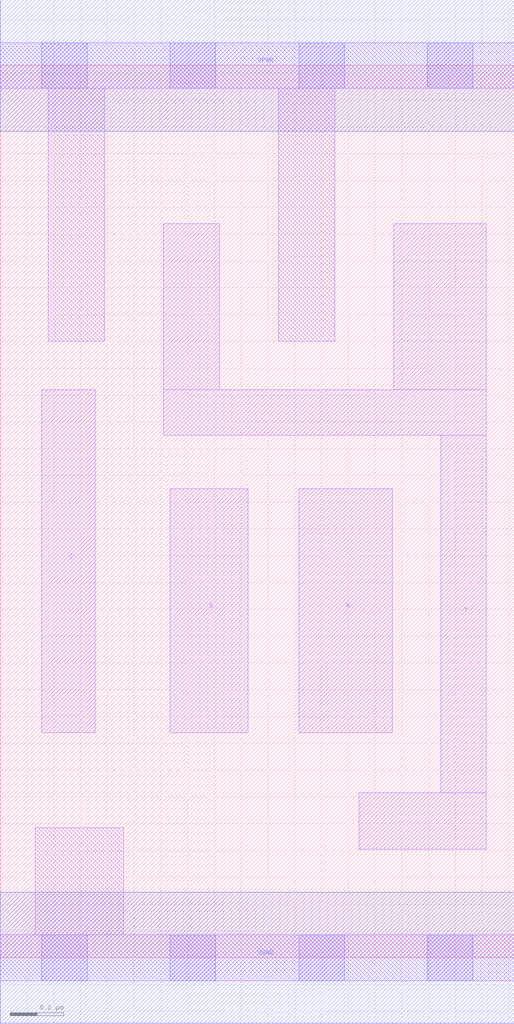
<source format=lef>
# Copyright 2020 The SkyWater PDK Authors
#
# Licensed under the Apache License, Version 2.0 (the "License");
# you may not use this file except in compliance with the License.
# You may obtain a copy of the License at
#
#     https://www.apache.org/licenses/LICENSE-2.0
#
# Unless required by applicable law or agreed to in writing, software
# distributed under the License is distributed on an "AS IS" BASIS,
# WITHOUT WARRANTIES OR CONDITIONS OF ANY KIND, either express or implied.
# See the License for the specific language governing permissions and
# limitations under the License.
#
# SPDX-License-Identifier: Apache-2.0

VERSION 5.7 ;
  NAMESCASESENSITIVE ON ;
  NOWIREEXTENSIONATPIN ON ;
  DIVIDERCHAR "/" ;
  BUSBITCHARS "[]" ;
UNITS
  DATABASE MICRONS 200 ;
END UNITS
MACRO sky130_fd_sc_lp__nand3_m
  CLASS CORE ;
  SOURCE USER ;
  FOREIGN sky130_fd_sc_lp__nand3_m ;
  ORIGIN  0.000000  0.000000 ;
  SIZE  1.920000 BY  3.330000 ;
  SYMMETRY X Y R90 ;
  SITE unit ;
  PIN A
    ANTENNAGATEAREA  0.126000 ;
    DIRECTION INPUT ;
    USE SIGNAL ;
    PORT
      LAYER li1 ;
        RECT 1.115000 0.840000 1.465000 1.750000 ;
    END
  END A
  PIN B
    ANTENNAGATEAREA  0.126000 ;
    DIRECTION INPUT ;
    USE SIGNAL ;
    PORT
      LAYER li1 ;
        RECT 0.635000 0.840000 0.925000 1.750000 ;
    END
  END B
  PIN C
    ANTENNAGATEAREA  0.126000 ;
    DIRECTION INPUT ;
    USE SIGNAL ;
    PORT
      LAYER li1 ;
        RECT 0.155000 0.840000 0.355000 2.120000 ;
    END
  END C
  PIN Y
    ANTENNADIFFAREA  0.340200 ;
    DIRECTION OUTPUT ;
    USE SIGNAL ;
    PORT
      LAYER li1 ;
        RECT 0.610000 1.950000 1.815000 2.120000 ;
        RECT 0.610000 2.120000 0.820000 2.740000 ;
        RECT 1.340000 0.405000 1.815000 0.615000 ;
        RECT 1.470000 2.120000 1.815000 2.740000 ;
        RECT 1.645000 0.615000 1.815000 1.950000 ;
    END
  END Y
  PIN VGND
    DIRECTION INOUT ;
    USE GROUND ;
    PORT
      LAYER met1 ;
        RECT 0.000000 -0.245000 1.920000 0.245000 ;
    END
  END VGND
  PIN VPWR
    DIRECTION INOUT ;
    USE POWER ;
    PORT
      LAYER met1 ;
        RECT 0.000000 3.085000 1.920000 3.575000 ;
    END
  END VPWR
  OBS
    LAYER li1 ;
      RECT 0.000000 -0.085000 1.920000 0.085000 ;
      RECT 0.000000  3.245000 1.920000 3.415000 ;
      RECT 0.130000  0.085000 0.460000 0.485000 ;
      RECT 0.180000  2.300000 0.390000 3.245000 ;
      RECT 1.040000  2.300000 1.250000 3.245000 ;
    LAYER mcon ;
      RECT 0.155000 -0.085000 0.325000 0.085000 ;
      RECT 0.155000  3.245000 0.325000 3.415000 ;
      RECT 0.635000 -0.085000 0.805000 0.085000 ;
      RECT 0.635000  3.245000 0.805000 3.415000 ;
      RECT 1.115000 -0.085000 1.285000 0.085000 ;
      RECT 1.115000  3.245000 1.285000 3.415000 ;
      RECT 1.595000 -0.085000 1.765000 0.085000 ;
      RECT 1.595000  3.245000 1.765000 3.415000 ;
  END
END sky130_fd_sc_lp__nand3_m

</source>
